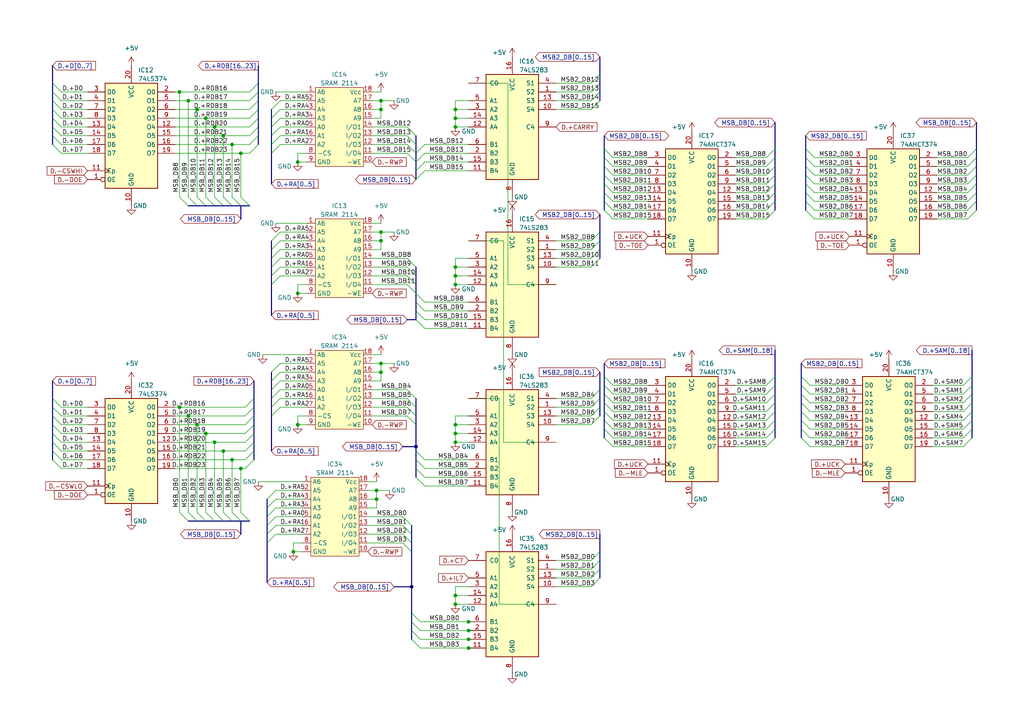
<source format=kicad_sch>
(kicad_sch (version 20230121) (generator eeschema)
  (paper "A4")
  (junction (at 64.77 39.37))
  (junction (at 132.08 128.27))
  (junction (at 109.22 142.24))
  (junction (at 119.38 170.18))
  (junction (at 135.89 185.42))
  (junction (at 135.89 182.88))
  (junction (at 57.15 31.75))
  (junction (at 54.61 29.21))
  (junction (at 132.08 125.73))
  (junction (at 69.85 44.45))
  (junction (at 132.08 123.19))
  (junction (at 132.08 36.83))
  (junction (at 132.08 175.26))
  (junction (at 86.36 123.19))
  (junction (at 59.69 125.73))
  (junction (at 110.49 107.95))
  (junction (at 59.69 34.29))
  (junction (at 57.15 123.19))
  (junction (at 67.31 133.35))
  (junction (at 132.08 80.01))
  (junction (at 52.07 26.67))
  (junction (at 132.08 34.29))
  (junction (at 110.49 69.85))
  (junction (at 135.89 187.96))
  (junction (at 64.77 130.81))
  (junction (at 132.08 82.55))
  (junction (at 62.23 36.83))
  (junction (at 110.49 67.31))
  (junction (at 86.36 85.09))
  (junction (at 132.08 77.47))
  (junction (at 67.31 41.91))
  (junction (at 110.49 29.21))
  (junction (at 120.65 129.54))
  (junction (at 54.61 120.65))
  (junction (at 135.89 180.34))
  (junction (at 86.36 46.99))
  (junction (at 52.07 118.11))
  (junction (at 132.08 31.75))
  (junction (at 110.49 105.41))
  (junction (at 85.09 160.02))
  (junction (at 110.49 31.75))
  (junction (at 69.85 135.89))
  (junction (at 62.23 128.27))
  (junction (at 132.08 172.72))
  (junction (at 109.22 144.78))
  (bus_entry (at 175.26 114.3) (size 2.54 2.54))
  (bus_entry (at 233.68 48.26) (size 2.54 2.54))
  (bus_entry (at 173.99 120.65) (size -2.54 2.54))
  (bus_entry (at 118.11 77.47) (size 2.54 2.54))
  (bus_entry (at 175.26 48.26) (size 2.54 2.54))
  (bus_entry (at 81.28 72.39) (size -2.54 2.54))
  (bus_entry (at 80.01 142.24) (size -2.54 2.54))
  (bus_entry (at 120.65 138.43) (size 2.54 2.54))
  (bus_entry (at 15.24 115.57) (size 2.54 2.54))
  (bus_entry (at 118.11 118.11) (size 2.54 2.54))
  (bus_entry (at 73.66 130.81) (size -2.54 2.54))
  (bus_entry (at 54.61 148.59) (size 2.54 2.54))
  (bus_entry (at 118.11 44.45) (size 2.54 2.54))
  (bus_entry (at 173.99 167.64) (size -2.54 2.54))
  (bus_entry (at 232.41 127) (size 2.54 2.54))
  (bus_entry (at 224.79 45.72) (size -2.54 2.54))
  (bus_entry (at 175.26 127) (size 2.54 2.54))
  (bus_entry (at 283.21 48.26) (size -2.54 2.54))
  (bus_entry (at 15.24 120.65) (size 2.54 2.54))
  (bus_entry (at 173.99 29.21) (size -2.54 2.54))
  (bus_entry (at 80.01 144.78) (size -2.54 2.54))
  (bus_entry (at 81.28 36.83) (size -2.54 2.54))
  (bus_entry (at 281.94 119.38) (size -2.54 2.54))
  (bus_entry (at 233.68 45.72) (size 2.54 2.54))
  (bus_entry (at 81.28 77.47) (size -2.54 2.54))
  (bus_entry (at 233.68 60.96) (size 2.54 2.54))
  (bus_entry (at 118.11 36.83) (size 2.54 2.54))
  (bus_entry (at 283.21 58.42) (size -2.54 2.54))
  (bus_entry (at 15.24 41.91) (size 2.54 2.54))
  (bus_entry (at 224.79 121.92) (size -2.54 2.54))
  (bus_entry (at 232.41 119.38) (size 2.54 2.54))
  (bus_entry (at 73.66 128.27) (size -2.54 2.54))
  (bus_entry (at 15.24 39.37) (size 2.54 2.54))
  (bus_entry (at 173.99 162.56) (size -2.54 2.54))
  (bus_entry (at 224.79 127) (size -2.54 2.54))
  (bus_entry (at 283.21 43.18) (size -2.54 2.54))
  (bus_entry (at 81.28 41.91) (size -2.54 2.54))
  (bus_entry (at 15.24 125.73) (size 2.54 2.54))
  (bus_entry (at 224.79 43.18) (size -2.54 2.54))
  (bus_entry (at 15.24 123.19) (size 2.54 2.54))
  (bus_entry (at 175.26 53.34) (size 2.54 2.54))
  (bus_entry (at 233.68 58.42) (size 2.54 2.54))
  (bus_entry (at 281.94 116.84) (size -2.54 2.54))
  (bus_entry (at 233.68 50.8) (size 2.54 2.54))
  (bus_entry (at 15.24 29.21) (size 2.54 2.54))
  (bus_entry (at 173.99 115.57) (size -2.54 2.54))
  (bus_entry (at 224.79 114.3) (size -2.54 2.54))
  (bus_entry (at 74.93 36.83) (size -2.54 2.54))
  (bus_entry (at 233.68 43.18) (size 2.54 2.54))
  (bus_entry (at 81.28 80.01) (size -2.54 2.54))
  (bus_entry (at 118.11 39.37) (size 2.54 2.54))
  (bus_entry (at 62.23 57.15) (size 2.54 2.54))
  (bus_entry (at 281.94 111.76) (size -2.54 2.54))
  (bus_entry (at 173.99 67.31) (size -2.54 2.54))
  (bus_entry (at 123.19 49.53) (size -2.54 2.54))
  (bus_entry (at 81.28 69.85) (size -2.54 2.54))
  (bus_entry (at 175.26 43.18) (size 2.54 2.54))
  (bus_entry (at 74.93 34.29) (size -2.54 2.54))
  (bus_entry (at 73.66 125.73) (size -2.54 2.54))
  (bus_entry (at 118.11 41.91) (size 2.54 2.54))
  (bus_entry (at 173.99 118.11) (size -2.54 2.54))
  (bus_entry (at 118.11 74.93) (size 2.54 2.54))
  (bus_entry (at 224.79 116.84) (size -2.54 2.54))
  (bus_entry (at 233.68 55.88) (size 2.54 2.54))
  (bus_entry (at 81.28 105.41) (size -2.54 2.54))
  (bus_entry (at 173.99 24.13) (size -2.54 2.54))
  (bus_entry (at 175.26 60.96) (size 2.54 2.54))
  (bus_entry (at 15.24 24.13) (size 2.54 2.54))
  (bus_entry (at 119.38 182.88) (size 2.54 2.54))
  (bus_entry (at 74.93 31.75) (size -2.54 2.54))
  (bus_entry (at 281.94 124.46) (size -2.54 2.54))
  (bus_entry (at 232.41 121.92) (size 2.54 2.54))
  (bus_entry (at 81.28 34.29) (size -2.54 2.54))
  (bus_entry (at 120.65 85.09) (size 2.54 2.54))
  (bus_entry (at 80.01 154.94) (size -2.54 2.54))
  (bus_entry (at 67.31 148.59) (size 2.54 2.54))
  (bus_entry (at 15.24 26.67) (size 2.54 2.54))
  (bus_entry (at 74.93 39.37) (size -2.54 2.54))
  (bus_entry (at 175.26 111.76) (size 2.54 2.54))
  (bus_entry (at 52.07 148.59) (size 2.54 2.54))
  (bus_entry (at 224.79 119.38) (size -2.54 2.54))
  (bus_entry (at 116.84 152.4) (size 2.54 2.54))
  (bus_entry (at 74.93 41.91) (size -2.54 2.54))
  (bus_entry (at 116.84 157.48) (size 2.54 2.54))
  (bus_entry (at 62.23 148.59) (size 2.54 2.54))
  (bus_entry (at 175.26 55.88) (size 2.54 2.54))
  (bus_entry (at 224.79 111.76) (size -2.54 2.54))
  (bus_entry (at 81.28 107.95) (size -2.54 2.54))
  (bus_entry (at 74.93 24.13) (size -2.54 2.54))
  (bus_entry (at 173.99 69.85) (size -2.54 2.54))
  (bus_entry (at 233.68 53.34) (size 2.54 2.54))
  (bus_entry (at 120.65 87.63) (size 2.54 2.54))
  (bus_entry (at 175.26 58.42) (size 2.54 2.54))
  (bus_entry (at 118.11 120.65) (size 2.54 2.54))
  (bus_entry (at 80.01 147.32) (size -2.54 2.54))
  (bus_entry (at 173.99 160.02) (size -2.54 2.54))
  (bus_entry (at 224.79 48.26) (size -2.54 2.54))
  (bus_entry (at 81.28 74.93) (size -2.54 2.54))
  (bus_entry (at 175.26 109.22) (size 2.54 2.54))
  (bus_entry (at 224.79 109.22) (size -2.54 2.54))
  (bus_entry (at 54.61 57.15) (size 2.54 2.54))
  (bus_entry (at 224.79 53.34) (size -2.54 2.54))
  (bus_entry (at 175.26 119.38) (size 2.54 2.54))
  (bus_entry (at 118.11 113.03) (size 2.54 2.54))
  (bus_entry (at 173.99 165.1) (size -2.54 2.54))
  (bus_entry (at 173.99 21.59) (size -2.54 2.54))
  (bus_entry (at 59.69 148.59) (size 2.54 2.54))
  (bus_entry (at 281.94 114.3) (size -2.54 2.54))
  (bus_entry (at 81.28 115.57) (size -2.54 2.54))
  (bus_entry (at 119.38 177.8) (size 2.54 2.54))
  (bus_entry (at 283.21 50.8) (size -2.54 2.54))
  (bus_entry (at 80.01 152.4) (size -2.54 2.54))
  (bus_entry (at 224.79 60.96) (size -2.54 2.54))
  (bus_entry (at 232.41 109.22) (size 2.54 2.54))
  (bus_entry (at 232.41 116.84) (size 2.54 2.54))
  (bus_entry (at 74.93 29.21) (size -2.54 2.54))
  (bus_entry (at 175.26 121.92) (size 2.54 2.54))
  (bus_entry (at 283.21 55.88) (size -2.54 2.54))
  (bus_entry (at 281.94 109.22) (size -2.54 2.54))
  (bus_entry (at 283.21 60.96) (size -2.54 2.54))
  (bus_entry (at 120.65 135.89) (size 2.54 2.54))
  (bus_entry (at 57.15 57.15) (size 2.54 2.54))
  (bus_entry (at 232.41 114.3) (size 2.54 2.54))
  (bus_entry (at 15.24 118.11) (size 2.54 2.54))
  (bus_entry (at 118.11 80.01) (size 2.54 2.54))
  (bus_entry (at 224.79 124.46) (size -2.54 2.54))
  (bus_entry (at 283.21 45.72) (size -2.54 2.54))
  (bus_entry (at 118.11 82.55) (size 2.54 2.54))
  (bus_entry (at 57.15 148.59) (size 2.54 2.54))
  (bus_entry (at 81.28 39.37) (size -2.54 2.54))
  (bus_entry (at 81.28 118.11) (size -2.54 2.54))
  (bus_entry (at 232.41 111.76) (size 2.54 2.54))
  (bus_entry (at 69.85 57.15) (size 2.54 2.54))
  (bus_entry (at 80.01 149.86) (size -2.54 2.54))
  (bus_entry (at 73.66 120.65) (size -2.54 2.54))
  (bus_entry (at 116.84 149.86) (size 2.54 2.54))
  (bus_entry (at 281.94 127) (size -2.54 2.54))
  (bus_entry (at 81.28 110.49) (size -2.54 2.54))
  (bus_entry (at 15.24 128.27) (size 2.54 2.54))
  (bus_entry (at 175.26 45.72) (size 2.54 2.54))
  (bus_entry (at 175.26 116.84) (size 2.54 2.54))
  (bus_entry (at 73.66 133.35) (size -2.54 2.54))
  (bus_entry (at 175.26 124.46) (size 2.54 2.54))
  (bus_entry (at 74.93 26.67) (size -2.54 2.54))
  (bus_entry (at 173.99 113.03) (size -2.54 2.54))
  (bus_entry (at 69.85 148.59) (size 2.54 2.54))
  (bus_entry (at 119.38 180.34) (size 2.54 2.54))
  (bus_entry (at 73.66 118.11) (size -2.54 2.54))
  (bus_entry (at 81.28 113.03) (size -2.54 2.54))
  (bus_entry (at 224.79 50.8) (size -2.54 2.54))
  (bus_entry (at 81.28 67.31) (size -2.54 2.54))
  (bus_entry (at 119.38 185.42) (size 2.54 2.54))
  (bus_entry (at 118.11 115.57) (size 2.54 2.54))
  (bus_entry (at 67.31 57.15) (size 2.54 2.54))
  (bus_entry (at 283.21 53.34) (size -2.54 2.54))
  (bus_entry (at 81.28 29.21) (size -2.54 2.54))
  (bus_entry (at 173.99 26.67) (size -2.54 2.54))
  (bus_entry (at 73.66 115.57) (size -2.54 2.54))
  (bus_entry (at 232.41 124.46) (size 2.54 2.54))
  (bus_entry (at 15.24 133.35) (size 2.54 2.54))
  (bus_entry (at 120.65 133.35) (size 2.54 2.54))
  (bus_entry (at 81.28 31.75) (size -2.54 2.54))
  (bus_entry (at 120.65 130.81) (size 2.54 2.54))
  (bus_entry (at 224.79 55.88) (size -2.54 2.54))
  (bus_entry (at 173.99 72.39) (size -2.54 2.54))
  (bus_entry (at 15.24 36.83) (size 2.54 2.54))
  (bus_entry (at 52.07 57.15) (size 2.54 2.54))
  (bus_entry (at 123.19 46.99) (size -2.54 2.54))
  (bus_entry (at 120.65 92.71) (size 2.54 2.54))
  (bus_entry (at 175.26 50.8) (size 2.54 2.54))
  (bus_entry (at 15.24 34.29) (size 2.54 2.54))
  (bus_entry (at 15.24 130.81) (size 2.54 2.54))
  (bus_entry (at 123.19 41.91) (size -2.54 2.54))
  (bus_entry (at 173.99 74.93) (size -2.54 2.54))
  (bus_entry (at 281.94 121.92) (size -2.54 2.54))
  (bus_entry (at 64.77 148.59) (size 2.54 2.54))
  (bus_entry (at 73.66 123.19) (size -2.54 2.54))
  (bus_entry (at 123.19 44.45) (size -2.54 2.54))
  (bus_entry (at 59.69 57.15) (size 2.54 2.54))
  (bus_entry (at 224.79 58.42) (size -2.54 2.54))
  (bus_entry (at 116.84 154.94) (size 2.54 2.54))
  (bus_entry (at 64.77 57.15) (size 2.54 2.54))
  (bus_entry (at 120.65 90.17) (size 2.54 2.54))
  (bus_entry (at 15.24 31.75) (size 2.54 2.54))
  (bus (pts (xy 224.79 116.84) (xy 224.79 119.38)))
  (wire (pts (xy 147.32 82.55) (xy 161.29 82.55)))
  (wire (pts (xy 132.08 175.26) (xy 132.08 172.72)))
  (wire (pts (xy 236.22 48.26) (xy 246.38 48.26)))
  (wire (pts (xy 80.01 142.24) (xy 87.63 142.24)))
  (bus (pts (xy 175.26 45.72) (xy 175.26 48.26)))
  (wire (pts (xy 106.68 147.32) (xy 109.22 147.32)))
  (wire (pts (xy 17.78 36.83) (xy 25.4 36.83)))
  (bus (pts (xy 283.21 58.42) (xy 283.21 60.96)))
  (bus (pts (xy 57.15 59.69) (xy 59.69 59.69)))
  (wire (pts (xy 132.08 36.83) (xy 135.89 36.83)))
  (bus (pts (xy 283.21 53.34) (xy 283.21 55.88)))
  (wire (pts (xy 50.8 36.83) (xy 62.23 36.83)))
  (bus (pts (xy 281.94 124.46) (xy 281.94 127)))
  (wire (pts (xy 50.8 39.37) (xy 64.77 39.37)))
  (wire (pts (xy 67.31 133.35) (xy 71.12 133.35)))
  (wire (pts (xy 123.19 138.43) (xy 135.89 138.43)))
  (bus (pts (xy 73.66 110.49) (xy 73.66 115.57)))
  (wire (pts (xy 62.23 36.83) (xy 72.39 36.83)))
  (bus (pts (xy 74.93 29.21) (xy 74.93 31.75)))
  (wire (pts (xy 271.78 50.8) (xy 280.67 50.8)))
  (wire (pts (xy 123.19 92.71) (xy 135.89 92.71)))
  (wire (pts (xy 236.22 60.96) (xy 246.38 60.96)))
  (bus (pts (xy 175.26 55.88) (xy 175.26 58.42)))
  (bus (pts (xy 77.47 157.48) (xy 77.47 168.91)))
  (wire (pts (xy 161.29 74.93) (xy 171.45 74.93)))
  (wire (pts (xy 234.95 111.76) (xy 245.11 111.76)))
  (wire (pts (xy 50.8 135.89) (xy 69.85 135.89)))
  (bus (pts (xy 15.24 24.13) (xy 15.24 26.67)))
  (wire (pts (xy 271.78 45.72) (xy 280.67 45.72)))
  (wire (pts (xy 57.15 31.75) (xy 57.15 57.15)))
  (wire (pts (xy 50.8 34.29) (xy 59.69 34.29)))
  (wire (pts (xy 52.07 26.67) (xy 72.39 26.67)))
  (wire (pts (xy 236.22 55.88) (xy 246.38 55.88)))
  (bus (pts (xy 281.94 109.22) (xy 281.94 111.76)))
  (wire (pts (xy 87.63 157.48) (xy 85.09 157.48)))
  (bus (pts (xy 73.66 115.57) (xy 73.66 118.11)))
  (wire (pts (xy 161.29 26.67) (xy 171.45 26.67)))
  (wire (pts (xy 271.78 60.96) (xy 280.67 60.96)))
  (wire (pts (xy 132.08 172.72) (xy 132.08 170.18)))
  (bus (pts (xy 118.11 92.71) (xy 120.65 92.71)))
  (wire (pts (xy 271.78 55.88) (xy 280.67 55.88)))
  (wire (pts (xy 123.19 41.91) (xy 135.89 41.91)))
  (wire (pts (xy 110.49 105.41) (xy 114.3 105.41)))
  (bus (pts (xy 78.74 118.11) (xy 78.74 120.65)))
  (wire (pts (xy 54.61 29.21) (xy 54.61 57.15)))
  (bus (pts (xy 114.3 170.18) (xy 119.38 170.18)))
  (bus (pts (xy 78.74 115.57) (xy 78.74 118.11)))
  (wire (pts (xy 110.49 102.87) (xy 107.95 102.87)))
  (wire (pts (xy 123.19 46.99) (xy 135.89 46.99)))
  (wire (pts (xy 161.29 72.39) (xy 171.45 72.39)))
  (wire (pts (xy 121.92 182.88) (xy 135.89 182.88)))
  (bus (pts (xy 175.26 53.34) (xy 175.26 55.88)))
  (wire (pts (xy 107.95 110.49) (xy 110.49 110.49)))
  (wire (pts (xy 57.15 123.19) (xy 57.15 148.59)))
  (wire (pts (xy 80.01 147.32) (xy 87.63 147.32)))
  (wire (pts (xy 50.8 120.65) (xy 54.61 120.65)))
  (wire (pts (xy 74.93 139.7) (xy 87.63 139.7)))
  (bus (pts (xy 175.26 50.8) (xy 175.26 53.34)))
  (wire (pts (xy 50.8 133.35) (xy 67.31 133.35)))
  (wire (pts (xy 86.36 44.45) (xy 86.36 46.99)))
  (wire (pts (xy 81.28 69.85) (xy 88.9 69.85)))
  (bus (pts (xy 73.66 130.81) (xy 73.66 133.35)))
  (wire (pts (xy 107.95 118.11) (xy 118.11 118.11)))
  (bus (pts (xy 77.47 147.32) (xy 77.47 149.86)))
  (wire (pts (xy 107.95 29.21) (xy 110.49 29.21)))
  (wire (pts (xy 107.95 120.65) (xy 118.11 120.65)))
  (wire (pts (xy 107.95 31.75) (xy 110.49 31.75)))
  (wire (pts (xy 161.29 115.57) (xy 171.45 115.57)))
  (wire (pts (xy 213.36 114.3) (xy 222.25 114.3)))
  (wire (pts (xy 107.95 74.93) (xy 118.11 74.93)))
  (bus (pts (xy 77.47 152.4) (xy 77.47 154.94)))
  (wire (pts (xy 80.01 149.86) (xy 87.63 149.86)))
  (bus (pts (xy 173.99 69.85) (xy 173.99 72.39)))
  (wire (pts (xy 52.07 26.67) (xy 52.07 57.15)))
  (wire (pts (xy 62.23 128.27) (xy 62.23 148.59)))
  (wire (pts (xy 270.51 129.54) (xy 279.4 129.54)))
  (wire (pts (xy 110.49 29.21) (xy 114.3 29.21)))
  (bus (pts (xy 173.99 160.02) (xy 173.99 162.56)))
  (bus (pts (xy 224.79 114.3) (xy 224.79 116.84)))
  (wire (pts (xy 107.95 39.37) (xy 118.11 39.37)))
  (wire (pts (xy 137.16 180.34) (xy 135.89 180.34)))
  (wire (pts (xy 59.69 34.29) (xy 72.39 34.29)))
  (wire (pts (xy 17.78 120.65) (xy 25.4 120.65)))
  (wire (pts (xy 86.36 123.19) (xy 88.9 123.19)))
  (bus (pts (xy 120.65 129.54) (xy 120.65 130.81)))
  (wire (pts (xy 107.95 82.55) (xy 118.11 82.55)))
  (wire (pts (xy 123.19 87.63) (xy 135.89 87.63)))
  (wire (pts (xy 177.8 55.88) (xy 187.96 55.88)))
  (bus (pts (xy 69.85 59.69) (xy 72.39 59.69)))
  (bus (pts (xy 120.65 82.55) (xy 120.65 85.09)))
  (wire (pts (xy 81.28 34.29) (xy 88.9 34.29)))
  (bus (pts (xy 175.26 48.26) (xy 175.26 50.8)))
  (wire (pts (xy 106.68 142.24) (xy 109.22 142.24)))
  (bus (pts (xy 69.85 151.13) (xy 72.39 151.13)))
  (wire (pts (xy 161.29 162.56) (xy 171.45 162.56)))
  (wire (pts (xy 80.01 144.78) (xy 87.63 144.78)))
  (bus (pts (xy 119.38 154.94) (xy 119.38 157.48)))
  (wire (pts (xy 85.09 160.02) (xy 87.63 160.02)))
  (wire (pts (xy 132.08 36.83) (xy 132.08 34.29)))
  (wire (pts (xy 17.78 26.67) (xy 25.4 26.67)))
  (bus (pts (xy 224.79 55.88) (xy 224.79 58.42)))
  (wire (pts (xy 54.61 120.65) (xy 54.61 148.59)))
  (wire (pts (xy 81.28 77.47) (xy 88.9 77.47)))
  (wire (pts (xy 64.77 130.81) (xy 64.77 148.59)))
  (wire (pts (xy 236.22 50.8) (xy 246.38 50.8)))
  (wire (pts (xy 161.29 170.18) (xy 171.45 170.18)))
  (bus (pts (xy 233.68 53.34) (xy 233.68 55.88)))
  (bus (pts (xy 15.24 118.11) (xy 15.24 120.65)))
  (bus (pts (xy 74.93 31.75) (xy 74.93 34.29)))
  (wire (pts (xy 106.68 152.4) (xy 116.84 152.4)))
  (bus (pts (xy 175.26 105.41) (xy 175.26 109.22)))
  (wire (pts (xy 50.8 44.45) (xy 69.85 44.45)))
  (bus (pts (xy 78.74 82.55) (xy 78.74 91.44)))
  (bus (pts (xy 233.68 43.18) (xy 233.68 45.72)))
  (bus (pts (xy 175.26 119.38) (xy 175.26 121.92)))
  (bus (pts (xy 69.85 59.69) (xy 69.85 63.5)))
  (wire (pts (xy 236.22 45.72) (xy 246.38 45.72)))
  (wire (pts (xy 236.22 63.5) (xy 246.38 63.5)))
  (wire (pts (xy 177.8 48.26) (xy 187.96 48.26)))
  (wire (pts (xy 161.29 120.65) (xy 171.45 120.65)))
  (wire (pts (xy 123.19 49.53) (xy 135.89 49.53)))
  (bus (pts (xy 74.93 39.37) (xy 74.93 41.91)))
  (wire (pts (xy 177.8 58.42) (xy 187.96 58.42)))
  (bus (pts (xy 78.74 39.37) (xy 78.74 41.91)))
  (wire (pts (xy 50.8 123.19) (xy 57.15 123.19)))
  (wire (pts (xy 17.78 39.37) (xy 25.4 39.37)))
  (bus (pts (xy 119.38 177.8) (xy 119.38 180.34)))
  (bus (pts (xy 15.24 125.73) (xy 15.24 128.27)))
  (wire (pts (xy 137.16 187.96) (xy 135.89 187.96)))
  (bus (pts (xy 175.26 124.46) (xy 175.26 127)))
  (bus (pts (xy 73.66 123.19) (xy 73.66 125.73)))
  (bus (pts (xy 281.94 121.92) (xy 281.94 124.46)))
  (wire (pts (xy 17.78 123.19) (xy 25.4 123.19)))
  (bus (pts (xy 78.74 41.91) (xy 78.74 44.45)))
  (bus (pts (xy 119.38 182.88) (xy 119.38 185.42)))
  (bus (pts (xy 120.65 129.54) (xy 120.65 123.19)))
  (bus (pts (xy 224.79 35.56) (xy 224.79 43.18)))
  (wire (pts (xy 17.78 31.75) (xy 25.4 31.75)))
  (wire (pts (xy 132.08 82.55) (xy 135.89 82.55)))
  (bus (pts (xy 232.41 105.41) (xy 232.41 109.22)))
  (wire (pts (xy 132.08 74.93) (xy 132.08 77.47)))
  (bus (pts (xy 224.79 45.72) (xy 224.79 48.26)))
  (wire (pts (xy 236.22 53.34) (xy 246.38 53.34)))
  (bus (pts (xy 78.74 74.93) (xy 78.74 77.47)))
  (wire (pts (xy 107.95 107.95) (xy 110.49 107.95)))
  (bus (pts (xy 15.24 115.57) (xy 15.24 118.11)))
  (wire (pts (xy 107.95 105.41) (xy 110.49 105.41)))
  (bus (pts (xy 74.93 34.29) (xy 74.93 36.83)))
  (bus (pts (xy 224.79 53.34) (xy 224.79 55.88)))
  (bus (pts (xy 74.93 26.67) (xy 74.93 29.21)))
  (wire (pts (xy 135.89 29.21) (xy 132.08 29.21)))
  (bus (pts (xy 175.26 58.42) (xy 175.26 60.96)))
  (bus (pts (xy 281.94 111.76) (xy 281.94 114.3)))
  (bus (pts (xy 116.84 129.54) (xy 120.65 129.54)))
  (wire (pts (xy 135.89 24.13) (xy 147.32 24.13)))
  (bus (pts (xy 175.26 114.3) (xy 175.26 116.84)))
  (wire (pts (xy 17.78 44.45) (xy 25.4 44.45)))
  (bus (pts (xy 73.66 118.11) (xy 73.66 120.65)))
  (bus (pts (xy 120.65 49.53) (xy 120.65 52.07)))
  (bus (pts (xy 173.99 107.95) (xy 173.99 113.03)))
  (wire (pts (xy 123.19 135.89) (xy 135.89 135.89)))
  (wire (pts (xy 213.36 53.34) (xy 222.25 53.34)))
  (bus (pts (xy 15.24 39.37) (xy 15.24 41.91)))
  (bus (pts (xy 78.74 77.47) (xy 78.74 80.01)))
  (bus (pts (xy 15.24 128.27) (xy 15.24 130.81)))
  (bus (pts (xy 173.99 165.1) (xy 173.99 167.64)))
  (bus (pts (xy 175.26 111.76) (xy 175.26 114.3)))
  (wire (pts (xy 17.78 130.81) (xy 25.4 130.81)))
  (wire (pts (xy 234.95 116.84) (xy 245.11 116.84)))
  (bus (pts (xy 281.94 116.84) (xy 281.94 119.38)))
  (wire (pts (xy 59.69 125.73) (xy 71.12 125.73)))
  (wire (pts (xy 107.95 44.45) (xy 118.11 44.45)))
  (wire (pts (xy 135.89 34.29) (xy 132.08 34.29)))
  (wire (pts (xy 213.36 60.96) (xy 222.25 60.96)))
  (bus (pts (xy 15.24 120.65) (xy 15.24 123.19)))
  (wire (pts (xy 135.89 170.18) (xy 132.08 170.18)))
  (wire (pts (xy 107.95 41.91) (xy 118.11 41.91)))
  (bus (pts (xy 224.79 124.46) (xy 224.79 127)))
  (wire (pts (xy 161.29 24.13) (xy 171.45 24.13)))
  (wire (pts (xy 50.8 26.67) (xy 52.07 26.67)))
  (wire (pts (xy 69.85 44.45) (xy 69.85 57.15)))
  (wire (pts (xy 213.36 121.92) (xy 222.25 121.92)))
  (wire (pts (xy 50.8 128.27) (xy 62.23 128.27)))
  (bus (pts (xy 62.23 59.69) (xy 64.77 59.69)))
  (bus (pts (xy 78.74 80.01) (xy 78.74 82.55)))
  (bus (pts (xy 224.79 101.6) (xy 224.79 109.22)))
  (wire (pts (xy 271.78 48.26) (xy 280.67 48.26)))
  (wire (pts (xy 132.08 123.19) (xy 132.08 120.65)))
  (wire (pts (xy 213.36 58.42) (xy 222.25 58.42)))
  (bus (pts (xy 173.99 26.67) (xy 173.99 29.21)))
  (wire (pts (xy 86.36 85.09) (xy 88.9 85.09)))
  (bus (pts (xy 15.24 31.75) (xy 15.24 34.29)))
  (wire (pts (xy 17.78 128.27) (xy 25.4 128.27)))
  (wire (pts (xy 177.8 53.34) (xy 187.96 53.34)))
  (wire (pts (xy 17.78 135.89) (xy 25.4 135.89)))
  (bus (pts (xy 175.26 109.22) (xy 175.26 111.76)))
  (wire (pts (xy 213.36 45.72) (xy 222.25 45.72)))
  (wire (pts (xy 132.08 123.19) (xy 132.08 125.73)))
  (wire (pts (xy 88.9 120.65) (xy 86.36 120.65)))
  (wire (pts (xy 135.89 31.75) (xy 132.08 31.75)))
  (wire (pts (xy 50.8 130.81) (xy 64.77 130.81)))
  (wire (pts (xy 81.28 36.83) (xy 88.9 36.83)))
  (wire (pts (xy 109.22 139.7) (xy 106.68 139.7)))
  (wire (pts (xy 17.78 133.35) (xy 25.4 133.35)))
  (wire (pts (xy 123.19 44.45) (xy 135.89 44.45)))
  (wire (pts (xy 213.36 116.84) (xy 222.25 116.84)))
  (bus (pts (xy 173.99 24.13) (xy 173.99 26.67)))
  (bus (pts (xy 281.94 119.38) (xy 281.94 121.92)))
  (wire (pts (xy 213.36 119.38) (xy 222.25 119.38)))
  (wire (pts (xy 69.85 44.45) (xy 72.39 44.45)))
  (wire (pts (xy 110.49 110.49) (xy 110.49 107.95)))
  (wire (pts (xy 81.28 41.91) (xy 88.9 41.91)))
  (bus (pts (xy 120.65 90.17) (xy 120.65 87.63)))
  (wire (pts (xy 146.05 128.27) (xy 146.05 69.85)))
  (wire (pts (xy 50.8 31.75) (xy 57.15 31.75)))
  (wire (pts (xy 270.51 116.84) (xy 279.4 116.84)))
  (wire (pts (xy 144.78 115.57) (xy 144.78 175.26)))
  (wire (pts (xy 213.36 111.76) (xy 222.25 111.76)))
  (wire (pts (xy 69.85 135.89) (xy 71.12 135.89)))
  (bus (pts (xy 67.31 59.69) (xy 69.85 59.69)))
  (wire (pts (xy 177.8 127) (xy 187.96 127)))
  (bus (pts (xy 281.94 114.3) (xy 281.94 116.84)))
  (wire (pts (xy 81.28 115.57) (xy 88.9 115.57)))
  (bus (pts (xy 73.66 125.73) (xy 73.66 128.27)))
  (wire (pts (xy 234.95 129.54) (xy 245.11 129.54)))
  (wire (pts (xy 81.28 74.93) (xy 88.9 74.93)))
  (wire (pts (xy 234.95 121.92) (xy 245.11 121.92)))
  (wire (pts (xy 135.89 125.73) (xy 132.08 125.73)))
  (bus (pts (xy 120.65 92.71) (xy 120.65 90.17)))
  (bus (pts (xy 120.65 46.99) (xy 120.65 49.53)))
  (wire (pts (xy 161.29 128.27) (xy 146.05 128.27)))
  (bus (pts (xy 77.47 154.94) (xy 77.47 157.48)))
  (bus (pts (xy 64.77 59.69) (xy 67.31 59.69)))
  (bus (pts (xy 173.99 16.51) (xy 173.99 21.59)))
  (wire (pts (xy 17.78 125.73) (xy 25.4 125.73)))
  (wire (pts (xy 177.8 114.3) (xy 187.96 114.3)))
  (bus (pts (xy 120.65 120.65) (xy 120.65 123.19)))
  (bus (pts (xy 175.26 121.92) (xy 175.26 124.46)))
  (wire (pts (xy 109.22 142.24) (xy 113.03 142.24)))
  (wire (pts (xy 50.8 29.21) (xy 54.61 29.21)))
  (wire (pts (xy 135.89 115.57) (xy 144.78 115.57)))
  (bus (pts (xy 232.41 111.76) (xy 232.41 114.3)))
  (bus (pts (xy 119.38 157.48) (xy 119.38 160.02)))
  (bus (pts (xy 15.24 130.81) (xy 15.24 133.35)))
  (wire (pts (xy 109.22 147.32) (xy 109.22 144.78)))
  (bus (pts (xy 224.79 111.76) (xy 224.79 114.3)))
  (wire (pts (xy 50.8 118.11) (xy 52.07 118.11)))
  (wire (pts (xy 110.49 69.85) (xy 110.49 67.31)))
  (wire (pts (xy 81.28 31.75) (xy 88.9 31.75)))
  (bus (pts (xy 78.74 107.95) (xy 78.74 110.49)))
  (bus (pts (xy 224.79 119.38) (xy 224.79 121.92)))
  (bus (pts (xy 283.21 48.26) (xy 283.21 50.8)))
  (wire (pts (xy 121.92 187.96) (xy 135.89 187.96)))
  (bus (pts (xy 78.74 69.85) (xy 78.74 72.39)))
  (wire (pts (xy 50.8 41.91) (xy 67.31 41.91)))
  (wire (pts (xy 81.28 67.31) (xy 88.9 67.31)))
  (wire (pts (xy 107.95 113.03) (xy 118.11 113.03)))
  (bus (pts (xy 78.74 44.45) (xy 78.74 53.34)))
  (wire (pts (xy 132.08 34.29) (xy 132.08 31.75)))
  (wire (pts (xy 81.28 110.49) (xy 88.9 110.49)))
  (bus (pts (xy 233.68 39.37) (xy 233.68 43.18)))
  (wire (pts (xy 177.8 121.92) (xy 187.96 121.92)))
  (bus (pts (xy 281.94 101.6) (xy 281.94 109.22)))
  (wire (pts (xy 67.31 133.35) (xy 67.31 148.59)))
  (wire (pts (xy 271.78 58.42) (xy 280.67 58.42)))
  (wire (pts (xy 177.8 111.76) (xy 187.96 111.76)))
  (bus (pts (xy 78.74 36.83) (xy 78.74 39.37)))
  (wire (pts (xy 17.78 34.29) (xy 25.4 34.29)))
  (wire (pts (xy 62.23 128.27) (xy 71.12 128.27)))
  (bus (pts (xy 15.24 34.29) (xy 15.24 36.83)))
  (wire (pts (xy 54.61 29.21) (xy 72.39 29.21)))
  (wire (pts (xy 81.28 107.95) (xy 88.9 107.95)))
  (wire (pts (xy 64.77 130.81) (xy 71.12 130.81)))
  (wire (pts (xy 135.89 123.19) (xy 132.08 123.19)))
  (wire (pts (xy 161.29 77.47) (xy 171.45 77.47)))
  (bus (pts (xy 74.93 24.13) (xy 74.93 26.67)))
  (bus (pts (xy 54.61 151.13) (xy 57.15 151.13)))
  (wire (pts (xy 121.92 185.42) (xy 135.89 185.42)))
  (wire (pts (xy 123.19 90.17) (xy 135.89 90.17)))
  (bus (pts (xy 283.21 35.56) (xy 283.21 43.18)))
  (wire (pts (xy 67.31 41.91) (xy 72.39 41.91)))
  (wire (pts (xy 132.08 128.27) (xy 132.08 125.73)))
  (wire (pts (xy 80.01 154.94) (xy 87.63 154.94)))
  (wire (pts (xy 213.36 50.8) (xy 222.25 50.8)))
  (bus (pts (xy 78.74 72.39) (xy 78.74 74.93)))
  (bus (pts (xy 78.74 110.49) (xy 78.74 113.03)))
  (wire (pts (xy 81.28 113.03) (xy 88.9 113.03)))
  (bus (pts (xy 15.24 110.49) (xy 15.24 115.57)))
  (wire (pts (xy 59.69 125.73) (xy 59.69 148.59)))
  (bus (pts (xy 232.41 114.3) (xy 232.41 116.84)))
  (wire (pts (xy 123.19 133.35) (xy 135.89 133.35)))
  (wire (pts (xy 86.36 82.55) (xy 86.36 85.09)))
  (wire (pts (xy 80.01 152.4) (xy 87.63 152.4)))
  (bus (pts (xy 15.24 26.67) (xy 15.24 29.21)))
  (wire (pts (xy 110.49 72.39) (xy 110.49 69.85)))
  (bus (pts (xy 77.47 149.86) (xy 77.47 152.4)))
  (wire (pts (xy 147.32 24.13) (xy 147.32 82.55)))
  (bus (pts (xy 78.74 113.03) (xy 78.74 115.57)))
  (wire (pts (xy 135.89 74.93) (xy 132.08 74.93)))
  (wire (pts (xy 88.9 82.55) (xy 86.36 82.55)))
  (wire (pts (xy 135.89 120.65) (xy 132.08 120.65)))
  (wire (pts (xy 88.9 44.45) (xy 86.36 44.45)))
  (wire (pts (xy 81.28 72.39) (xy 88.9 72.39)))
  (wire (pts (xy 110.49 26.67) (xy 107.95 26.67)))
  (wire (pts (xy 135.89 172.72) (xy 132.08 172.72)))
  (wire (pts (xy 80.01 26.67) (xy 88.9 26.67)))
  (wire (pts (xy 57.15 123.19) (xy 71.12 123.19)))
  (wire (pts (xy 76.2 102.87) (xy 88.9 102.87)))
  (wire (pts (xy 107.95 67.31) (xy 110.49 67.31)))
  (bus (pts (xy 283.21 45.72) (xy 283.21 48.26)))
  (bus (pts (xy 119.38 170.18) (xy 119.38 177.8)))
  (wire (pts (xy 234.95 127) (xy 245.11 127)))
  (wire (pts (xy 107.95 36.83) (xy 118.11 36.83)))
  (bus (pts (xy 233.68 55.88) (xy 233.68 58.42)))
  (wire (pts (xy 54.61 120.65) (xy 71.12 120.65)))
  (wire (pts (xy 144.78 175.26) (xy 161.29 175.26)))
  (bus (pts (xy 120.65 39.37) (xy 120.65 41.91)))
  (wire (pts (xy 86.36 120.65) (xy 86.36 123.19)))
  (wire (pts (xy 110.49 34.29) (xy 110.49 31.75)))
  (bus (pts (xy 78.74 34.29) (xy 78.74 36.83)))
  (wire (pts (xy 85.09 157.48) (xy 85.09 160.02)))
  (bus (pts (xy 173.99 62.23) (xy 173.99 67.31)))
  (wire (pts (xy 161.29 123.19) (xy 171.45 123.19)))
  (wire (pts (xy 236.22 58.42) (xy 246.38 58.42)))
  (wire (pts (xy 109.22 144.78) (xy 109.22 142.24)))
  (wire (pts (xy 132.08 29.21) (xy 132.08 31.75)))
  (bus (pts (xy 233.68 45.72) (xy 233.68 48.26)))
  (wire (pts (xy 86.36 46.99) (xy 88.9 46.99)))
  (wire (pts (xy 177.8 116.84) (xy 187.96 116.84)))
  (bus (pts (xy 77.47 144.78) (xy 77.47 147.32)))
  (wire (pts (xy 121.92 180.34) (xy 135.89 180.34)))
  (wire (pts (xy 106.68 144.78) (xy 109.22 144.78)))
  (wire (pts (xy 137.16 185.42) (xy 135.89 185.42)))
  (bus (pts (xy 232.41 119.38) (xy 232.41 121.92)))
  (bus (pts (xy 69.85 151.13) (xy 69.85 154.94)))
  (bus (pts (xy 175.26 39.37) (xy 175.26 43.18)))
  (wire (pts (xy 177.8 45.72) (xy 187.96 45.72)))
  (bus (pts (xy 120.65 118.11) (xy 120.65 120.65)))
  (bus (pts (xy 232.41 124.46) (xy 232.41 127)))
  (wire (pts (xy 161.29 167.64) (xy 171.45 167.64)))
  (wire (pts (xy 132.08 175.26) (xy 135.89 175.26)))
  (wire (pts (xy 270.51 114.3) (xy 279.4 114.3)))
  (wire (pts (xy 270.51 124.46) (xy 279.4 124.46)))
  (bus (pts (xy 59.69 151.13) (xy 62.23 151.13)))
  (wire (pts (xy 177.8 124.46) (xy 187.96 124.46)))
  (wire (pts (xy 59.69 34.29) (xy 59.69 57.15)))
  (bus (pts (xy 232.41 109.22) (xy 232.41 111.76)))
  (wire (pts (xy 213.36 48.26) (xy 222.25 48.26)))
  (bus (pts (xy 173.99 162.56) (xy 173.99 165.1)))
  (wire (pts (xy 213.36 63.5) (xy 222.25 63.5)))
  (wire (pts (xy 81.28 39.37) (xy 88.9 39.37)))
  (bus (pts (xy 120.65 130.81) (xy 120.65 133.35)))
  (wire (pts (xy 107.95 34.29) (xy 110.49 34.29)))
  (wire (pts (xy 137.16 182.88) (xy 135.89 182.88)))
  (wire (pts (xy 80.01 64.77) (xy 88.9 64.77)))
  (wire (pts (xy 106.68 149.86) (xy 116.84 149.86)))
  (bus (pts (xy 173.99 72.39) (xy 173.99 74.93)))
  (wire (pts (xy 234.95 114.3) (xy 245.11 114.3)))
  (wire (pts (xy 161.29 118.11) (xy 171.45 118.11)))
  (wire (pts (xy 123.19 140.97) (xy 135.89 140.97)))
  (bus (pts (xy 283.21 43.18) (xy 283.21 45.72)))
  (bus (pts (xy 224.79 58.42) (xy 224.79 60.96)))
  (wire (pts (xy 213.36 124.46) (xy 222.25 124.46)))
  (wire (pts (xy 64.77 39.37) (xy 72.39 39.37)))
  (bus (pts (xy 120.65 133.35) (xy 120.65 135.89)))
  (wire (pts (xy 62.23 36.83) (xy 62.23 57.15)))
  (bus (pts (xy 120.65 44.45) (xy 120.65 46.99)))
  (bus (pts (xy 173.99 115.57) (xy 173.99 118.11)))
  (wire (pts (xy 110.49 64.77) (xy 107.95 64.77)))
  (wire (pts (xy 161.29 69.85) (xy 171.45 69.85)))
  (wire (pts (xy 177.8 119.38) (xy 187.96 119.38)))
  (bus (pts (xy 67.31 151.13) (xy 69.85 151.13)))
  (wire (pts (xy 135.89 80.01) (xy 132.08 80.01)))
  (wire (pts (xy 17.78 29.21) (xy 25.4 29.21)))
  (bus (pts (xy 173.99 21.59) (xy 173.99 24.13)))
  (bus (pts (xy 173.99 118.11) (xy 173.99 120.65)))
  (bus (pts (xy 232.41 121.92) (xy 232.41 124.46)))
  (wire (pts (xy 107.95 77.47) (xy 118.11 77.47)))
  (bus (pts (xy 224.79 43.18) (xy 224.79 45.72)))
  (bus (pts (xy 73.66 128.27) (xy 73.66 130.81)))
  (wire (pts (xy 67.31 41.91) (xy 67.31 57.15)))
  (wire (pts (xy 177.8 50.8) (xy 187.96 50.8)))
  (bus (pts (xy 62.23 151.13) (xy 64.77 151.13)))
  (bus (pts (xy 173.99 154.94) (xy 173.99 160.02)))
  (wire (pts (xy 177.8 129.54) (xy 187.96 129.54)))
  (wire (pts (xy 50.8 125.73) (xy 59.69 125.73)))
  (bus (pts (xy 232.41 116.84) (xy 232.41 119.38)))
  (wire (pts (xy 132.08 82.55) (xy 132.08 80.01)))
  (wire (pts (xy 123.19 95.25) (xy 135.89 95.25)))
  (bus (pts (xy 73.66 120.65) (xy 73.66 123.19)))
  (bus (pts (xy 233.68 50.8) (xy 233.68 53.34)))
  (bus (pts (xy 74.93 19.05) (xy 74.93 24.13)))
  (bus (pts (xy 173.99 67.31) (xy 173.99 69.85)))
  (bus (pts (xy 120.65 41.91) (xy 120.65 44.45)))
  (wire (pts (xy 110.49 67.31) (xy 114.3 67.31)))
  (bus (pts (xy 15.24 123.19) (xy 15.24 125.73)))
  (wire (pts (xy 213.36 55.88) (xy 222.25 55.88)))
  (wire (pts (xy 81.28 29.21) (xy 88.9 29.21)))
  (bus (pts (xy 15.24 36.83) (xy 15.24 39.37)))
  (bus (pts (xy 57.15 151.13) (xy 59.69 151.13)))
  (bus (pts (xy 224.79 121.92) (xy 224.79 124.46)))
  (bus (pts (xy 74.93 36.83) (xy 74.93 39.37)))
  (wire (pts (xy 271.78 63.5) (xy 280.67 63.5)))
  (wire (pts (xy 146.05 69.85) (xy 135.89 69.85)))
  (wire (pts (xy 135.89 77.47) (xy 132.08 77.47)))
  (wire (pts (xy 270.51 121.92) (xy 279.4 121.92)))
  (bus (pts (xy 233.68 58.42) (xy 233.68 60.96)))
  (bus (pts (xy 173.99 113.03) (xy 173.99 115.57)))
  (bus (pts (xy 15.24 29.21) (xy 15.24 31.75)))
  (wire (pts (xy 107.95 72.39) (xy 110.49 72.39)))
  (bus (pts (xy 283.21 55.88) (xy 283.21 58.42)))
  (wire (pts (xy 107.95 115.57) (xy 118.11 115.57)))
  (wire (pts (xy 17.78 118.11) (xy 25.4 118.11)))
  (bus (pts (xy 78.74 120.65) (xy 78.74 130.81)))
  (bus (pts (xy 119.38 170.18) (xy 119.38 160.02)))
  (bus (pts (xy 233.68 48.26) (xy 233.68 50.8)))
  (wire (pts (xy 106.68 154.94) (xy 116.84 154.94)))
  (bus (pts (xy 120.65 115.57) (xy 120.65 118.11)))
  (wire (pts (xy 81.28 80.01) (xy 88.9 80.01)))
  (wire (pts (xy 57.15 31.75) (xy 72.39 31.75)))
  (bus (pts (xy 120.65 77.47) (xy 120.65 80.01)))
  (wire (pts (xy 161.29 29.21) (xy 171.45 29.21)))
  (wire (pts (xy 132.08 128.27) (xy 135.89 128.27)))
  (bus (pts (xy 175.26 43.18) (xy 175.26 45.72)))
  (wire (pts (xy 271.78 53.34) (xy 280.67 53.34)))
  (wire (pts (xy 177.8 63.5) (xy 187.96 63.5)))
  (bus (pts (xy 78.74 31.75) (xy 78.74 34.29)))
  (wire (pts (xy 234.95 124.46) (xy 245.11 124.46)))
  (bus (pts (xy 119.38 180.34) (xy 119.38 182.88)))
  (bus (pts (xy 120.65 87.63) (xy 120.65 85.09)))
  (bus (pts (xy 224.79 50.8) (xy 224.79 53.34)))
  (bus (pts (xy 59.69 59.69) (xy 62.23 59.69)))
  (wire (pts (xy 132.08 77.47) (xy 132.08 80.01)))
  (wire (pts (xy 110.49 107.95) (xy 110.49 105.41)))
  (wire (pts (xy 161.29 165.1) (xy 171.45 165.1)))
  (wire (pts (xy 234.95 119.38) (xy 245.11 119.38)))
  (wire (pts (xy 213.36 127) (xy 222.25 127)))
  (wire (pts (xy 161.29 31.75) (xy 171.45 31.75)))
  (bus (pts (xy 224.79 109.22) (xy 224.79 111.76)))
  (wire (pts (xy 270.51 127) (xy 279.4 127)))
  (wire (pts (xy 107.95 80.01) (xy 118.11 80.01)))
  (wire (pts (xy 17.78 41.91) (xy 25.4 41.91)))
  (bus (pts (xy 120.65 80.01) (xy 120.65 82.55)))
  (wire (pts (xy 69.85 135.89) (xy 69.85 148.59)))
  (bus (pts (xy 15.24 19.05) (xy 15.24 24.13)))
  (wire (pts (xy 64.77 39.37) (xy 64.77 57.15)))
  (bus (pts (xy 119.38 152.4) (xy 119.38 154.94)))
  (wire (pts (xy 107.95 69.85) (xy 110.49 69.85)))
  (wire (pts (xy 177.8 60.96) (xy 187.96 60.96)))
  (wire (pts (xy 110.49 31.75) (xy 110.49 29.21)))
  (wire (pts (xy 52.07 118.11) (xy 52.07 148.59)))
  (wire (pts (xy 52.07 118.11) (xy 71.12 118.11)))
  (wire (pts (xy 270.51 111.76) (xy 279.4 111.76)))
  (wire (pts (xy 106.68 157.48) (xy 116.84 157.48)))
  (bus (pts (xy 54.61 59.69) (xy 57.15 59.69)))
  (bus (pts (xy 120.65 135.89) (xy 120.65 138.43)))
  (bus (pts (xy 224.79 48.26) (xy 224.79 50.8)))
  (wire (pts (xy 213.36 129.54) (xy 222.25 129.54)))
  (bus (pts (xy 64.77 151.13) (xy 67.31 151.13)))
  (bus (pts (xy 175.26 116.84) (xy 175.26 119.38)))
  (wire (pts (xy 270.51 119.38) (xy 279.4 119.38)))
  (wire (pts (xy 81.28 118.11) (xy 88.9 118.11)))
  (bus (pts (xy 283.21 50.8) (xy 283.21 53.34)))
  (wire (pts (xy 81.28 105.41) (xy 88.9 105.41)))
  (label "D.+RA5" (at 82.55 29.21 0))
  (label "D.+D3" (at 24.13 125.73 180))
  (label "MSB2_DB9" (at 177.8 114.3 0))
  (label "MSB_DB3" (at 109.22 157.48 0))
  (label "D.+D5" (at 24.13 130.81 180))
  (label "MSB_DB6" (at 127 138.43 0))
  (label "D.+D2" (at 24.13 123.19 180))
  (label "D.+RDB19" (at 59.69 125.73 180))
  (label "D.+D6" (at 24.13 41.91 180))
  (label "MSB_DB11" (at 125.73 95.25 0))
  (label "MSB2_DB1" (at 237.49 48.26 0))
  (label "D.+RA3" (at 82.55 110.49 0))
  (label "MSB_DB0" (at 124.46 180.34 0))
  (label "MSB_DB0" (at 109.22 149.86 0))
  (label "MSB2_DB13" (at 177.8 58.42 0))
  (label "MSB2_DB11" (at 177.8 53.34 0))
  (label "MSB_DB14" (at 213.36 60.96 0))
  (label "D.+SAM10" (at 222.25 116.84 180))
  (label "MSB_DB0" (at 52.07 147.32 90))
  (label "MSB2_DB8" (at 177.8 111.76 0))
  (label "D.+RDB20" (at 66.04 36.83 180))
  (label "D.+RA3" (at 82.55 34.29 0))
  (label "D.+D3" (at 24.13 34.29 180))
  (label "MSB2_DB15" (at 162.56 31.75 0))
  (label "MSB2_DB6" (at 237.49 60.96 0))
  (label "MSB_DB7" (at 271.78 63.5 0))
  (label "D.+RA4" (at 82.55 69.85 0))
  (label "D.+SAM8" (at 222.25 111.76 180))
  (label "MSB2_DB9" (at 162.56 72.39 0))
  (label "MSB_DB10" (at 110.49 80.01 0))
  (label "D.+RDB21" (at 59.69 130.81 180))
  (label "D.+RDB23" (at 59.69 135.89 180))
  (label "D.+RA3" (at 81.28 147.32 0))
  (label "MSB2_DB11" (at 162.56 77.47 0))
  (label "D.+RA2" (at 82.55 41.91 0))
  (label "MSB_DB2" (at 109.22 154.94 0))
  (label "D.+D4" (at 24.13 128.27 180))
  (label "D.+RDB18" (at 59.69 123.19 180))
  (label "D.+SAM7" (at 279.4 129.54 180))
  (label "MSB_DB12" (at 213.36 55.88 0))
  (label "MSB2_DB7" (at 237.49 63.5 0))
  (label "MSB2_DB2" (at 237.49 50.8 0))
  (label "D.+D2" (at 24.13 31.75 180))
  (label "D.+RA1" (at 82.55 115.57 0))
  (label "MSB2_DB4" (at 236.22 121.92 0))
  (label "MSB2_DB7" (at 236.22 129.54 0))
  (label "MSB2_DB12" (at 177.8 55.88 0))
  (label "MSB_DB12" (at 124.46 41.91 0))
  (label "MSB2_DB5" (at 236.22 124.46 0))
  (label "D.+SAM13" (at 222.25 124.46 180))
  (label "MSB2_DB1" (at 236.22 114.3 0))
  (label "D.+SAM14" (at 222.25 127 180))
  (label "D.+RDB17" (at 59.69 120.65 180))
  (label "MSB2_DB7" (at 162.56 123.19 0))
  (label "D.+RA4" (at 82.55 107.95 0))
  (label "MSB_DB11" (at 59.69 55.88 90))
  (label "MSB_DB4" (at 127 133.35 0))
  (label "MSB2_DB4" (at 237.49 55.88 0))
  (label "MSB_DB11" (at 110.49 82.55 0))
  (label "MSB2_DB5" (at 237.49 58.42 0))
  (label "MSB2_DB14" (at 162.56 29.21 0))
  (label "D.+D6" (at 24.13 133.35 180))
  (label "MSB2_DB8" (at 162.56 69.85 0))
  (label "MSB_DB1" (at 124.46 182.88 0))
  (label "MSB2_DB13" (at 162.56 26.67 0))
  (label "D.+SAM1" (at 279.4 114.3 180))
  (label "MSB2_DB14" (at 177.8 127 0))
  (label "MSB_DB14" (at 124.46 46.99 0))
  (label "D.+RDB20" (at 59.69 128.27 180))
  (label "MSB_DB8" (at 52.07 55.88 90))
  (label "D.+SAM15" (at 222.25 129.54 180))
  (label "MSB_DB15" (at 124.46 49.53 0))
  (label "MSB_DB9" (at 213.36 48.26 0))
  (label "D.+SAM9" (at 222.25 114.3 180))
  (label "MSB2_DB12" (at 162.56 24.13 0))
  (label "MSB_DB5" (at 64.77 147.32 90))
  (label "D.+RDB18" (at 66.04 31.75 180))
  (label "D.+D1" (at 24.13 120.65 180))
  (label "D.+RDB19" (at 66.04 34.29 180))
  (label "D.+SAM11" (at 222.25 119.38 180))
  (label "D.+RA1" (at 82.55 39.37 0))
  (label "D.+RA4" (at 82.55 31.75 0))
  (label "MSB2_DB2" (at 236.22 116.84 0))
  (label "D.+RA5" (at 81.28 142.24 0))
  (label "D.+D4" (at 24.13 36.83 180))
  (label "MSB_DB5" (at 271.78 58.42 0))
  (label "MSB_DB11" (at 213.36 53.34 0))
  (label "D.+D7" (at 24.13 135.89 180))
  (label "D.+RDB23" (at 66.04 44.45 180))
  (label "MSB2_DB9" (at 177.8 48.26 0))
  (label "MSB_DB10" (at 57.15 55.88 90))
  (label "MSB2_DB12" (at 177.8 121.92 0))
  (label "MSB2_DB15" (at 177.8 63.5 0))
  (label "MSB2_DB8" (at 177.8 45.72 0))
  (label "D.+D0" (at 24.13 26.67 180))
  (label "MSB_DB9" (at 125.73 90.17 0))
  (label "MSB2_DB0" (at 236.22 111.76 0))
  (label "MSB2_DB0" (at 162.56 162.56 0))
  (label "MSB2_DB1" (at 162.56 165.1 0))
  (label "D.+RA5" (at 82.55 105.41 0))
  (label "MSB_DB10" (at 125.73 92.71 0))
  (label "MSB_DB12" (at 62.23 55.88 90))
  (label "MSB_DB1" (at 109.22 152.4 0))
  (label "MSB_DB13" (at 213.36 58.42 0))
  (label "D.+D1" (at 24.13 29.21 180))
  (label "MSB_DB15" (at 213.36 63.5 0))
  (label "D.+SAM0" (at 279.4 111.76 180))
  (label "MSB_DB8" (at 125.73 87.63 0))
  (label "MSB_DB0" (at 271.78 45.72 0))
  (label "D.+SAM12" (at 222.25 121.92 180))
  (label "D.+RA2" (at 82.55 80.01 0))
  (label "D.+SAM6" (at 279.4 127 180))
  (label "MSB_DB6" (at 110.49 118.11 0))
  (label "MSB2_DB10" (at 177.8 116.84 0))
  (label "MSB_DB3" (at 271.78 53.34 0))
  (label "D.+RA2" (at 82.55 118.11 0))
  (label "MSB2_DB13" (at 177.8 124.46 0))
  (label "MSB_DB10" (at 213.36 50.8 0))
  (label "MSB_DB5" (at 110.49 115.57 0))
  (label "MSB_DB13" (at 124.46 44.45 0))
  (label "MSB2_DB5" (at 162.56 118.11 0))
  (label "D.+RA3" (at 82.55 72.39 0))
  (label "D.+RA5" (at 82.55 67.31 0))
  (label "D.+RA0" (at 81.28 149.86 0))
  (label "MSB_DB6" (at 67.31 147.32 90))
  (label "MSB2_DB6" (at 236.22 127 0))
  (label "D.+RDB16" (at 66.04 26.67 180))
  (label "MSB_DB12" (at 109.22 36.83 0))
  (label "D.+SAM2" (at 279.4 116.84 180))
  (label "MSB_DB2" (at 271.78 50.8 0))
  (label "MSB2_DB11" (at 177.8 119.38 0))
  (label "D.+RA1" (at 82.55 77.47 0))
  (label "MSB_DB8" (at 213.36 45.72 0))
  (label "MSB_DB3" (at 59.69 147.32 90))
  (label "D.+SAM5" (at 279.4 124.46 180))
  (label "D.+RA0" (at 82.55 74.93 0))
  (label "MSB_DB9" (at 110.49 77.47 0))
  (label "MSB_DB2" (at 124.46 185.42 0))
  (label "D.+RDB22" (at 66.04 41.91 180))
  (label "MSB_DB14" (at 109.22 41.91 0))
  (label "D.+RA0" (at 82.55 36.83 0))
  (label "D.+RDB17" (at 66.04 29.21 180))
  (label "MSB_DB13" (at 109.22 39.37 0))
  (label "MSB_DB7" (at 127 140.97 0))
  (label "D.+RDB16" (at 59.69 118.11 180))
  (label "D.+RA1" (at 81.28 152.4 0))
  (label "D.+D7" (at 24.13 44.45 180))
  (label "D.+D0" (at 24.13 118.11 180))
  (label "D.+SAM3" (at 279.4 119.38 180))
  (label "D.+D5" (at 24.13 39.37 180))
  (label "MSB_DB15" (at 109.22 44.45 0))
  (label "D.+RDB22" (at 59.69 133.35 180))
  (label "D.+RA2" (at 81.28 154.94 0))
  (label "MSB_DB9" (at 54.61 55.88 90))
  (label "D.+RA4" (at 81.28 144.78 0))
  (label "MSB2_DB10" (at 177.8 50.8 0))
  (label "MSB_DB4" (at 62.23 147.32 90))
  (label "MSB_DB1" (at 271.78 48.26 0))
  (label "D.+SAM4" (at 279.4 121.92 180))
  (label "MSB_DB5" (at 127 135.89 0))
  (label "MSB_DB13" (at 64.77 55.88 90))
  (label "MSB_DB1" (at 54.61 147.32 90))
  (label "MSB2_DB4" (at 162.56 115.57 0))
  (label "MSB2_DB3" (at 237.49 53.34 0))
  (label "MSB2_DB14" (at 177.8 60.96 0))
  (label "MSB2_DB3" (at 162.56 170.18 0))
  (label "MSB_DB7" (at 69.85 147.32 90))
  (label "MSB_DB3" (at 124.46 187.96 0))
  (label "MSB_DB4" (at 110.49 113.03 0))
  (label "MSB_DB6" (at 271.78 60.96 0))
  (label "D.+RDB21" (at 66.04 39.37 180))
  (label "MSB2_DB3" (at 236.22 119.38 0))
  (label "MSB2_DB10" (at 162.56 74.93 0))
  (label "MSB_DB7" (at 110.49 120.65 0))
  (label "MSB2_DB0" (at 237.49 45.72 0))
  (label "MSB_DB4" (at 271.78 55.88 0))
  (label "MSB2_DB15" (at 177.8 129.54 0))
  (label "MSB_DB2" (at 57.15 147.32 90))
  (label "MSB_DB8" (at 110.49 74.93 0))
  (label "MSB2_DB6" (at 162.56 120.65 0))
  (label "MSB_DB14" (at 67.31 55.88 90))
  (label "MSB2_DB2" (at 162.56 167.64 0))
  (label "D.+RA0" (at 82.55 113.03 0))
  (label "MSB_DB15" (at 69.85 55.88 90))
  (global_label "D.-TOE" (shape input) (at 246.38 71.12 180) (property "Intersheetrefs" "${INTERSHEET_REFS}" (effects hide)))
  (global_label "D.-MLE" (shape input) (at 245.11 137.16 180) (property "Intersheetrefs" "${INTERSHEET_REFS}" (effects hide)))
  (global_label "D.+D[0..7]" (shape input) (at 15.24 19.05 0) (property "Intersheetrefs" "${INTERSHEET_REFS}" (effects hide)))
  (global_label "MSB_DB[0..15]" (shape bidirectional) (at 283.21 35.56 180) (property "Intersheetrefs" "${INTERSHEET_REFS}" (effects hide)))
  (global_label "MSB2_DB[0..15]" (shape input) (at 173.99 107.95 180) (property "Intersheetrefs" "${INTERSHEET_REFS}" (effects hide)))
  (global_label "MSB_DB[0..15]" (shape bidirectional) (at 116.84 129.54 180) (property "Intersheetrefs" "${INTERSHEET_REFS}" (effects hide)))
  (global_label "D.-CSWLO" (shape input) (at 25.4 140.97 180) (property "Intersheetrefs" "${INTERSHEET_REFS}" (effects hide)))
  (global_label "MSB2_DB[0..15]" (shape bidirectional) (at 175.26 39.37 0) (property "Intersheetrefs" "${INTERSHEET_REFS}" (effects hide)))
  (global_label "D.+SAM[0..18]" (shape output) (at 224.79 101.6 180) (property "Intersheetrefs" "${INTERSHEET_REFS}" (effects hide)))
  (global_label "D.-RWP" (shape input) (at 106.68 160.02 0) (property "Intersheetrefs" "${INTERSHEET_REFS}" (effects hide)))
  (global_label "D.+RDB[16..23]" (shape output) (at 74.93 19.05 180) (property "Intersheetrefs" "${INTERSHEET_REFS}" (effects hide)))
  (global_label "D.+RDB[16..23]" (shape input) (at 73.66 110.49 180) (property "Intersheetrefs" "${INTERSHEET_REFS}" (effects hide)))
  (global_label "D.+RA[0..5]" (shape input) (at 78.74 91.44 0) (property "Intersheetrefs" "${INTERSHEET_REFS}" (effects hide)))
  (global_label "D.-CSWHI" (shape input) (at 25.4 49.53 180) (property "Intersheetrefs" "${INTERSHEET_REFS}" (effects hide)))
  (global_label "MSB_DB[0..15]" (shape bidirectional) (at 69.85 154.94 180) (property "Intersheetrefs" "${INTERSHEET_REFS}" (effects hide)))
  (global_label "D.-DOE" (shape input) (at 25.4 52.07 180) (property "Intersheetrefs" "${INTERSHEET_REFS}" (effects hide)))
  (global_label "MSB2_DB[0..15]" (shape input) (at 232.41 105.41 0) (property "Intersheetrefs" "${INTERSHEET_REFS}" (effects hide)))
  (global_label "D.+IL7" (shape input) (at 135.89 167.64 180) (property "Intersheetrefs" "${INTERSHEET_REFS}" (effects hide)))
  (global_label "MSB2_DB[0..15]" (shape output) (at 173.99 154.94 180) (property "Intersheetrefs" "${INTERSHEET_REFS}" (effects hide)))
  (global_label "D.+UCK" (shape input) (at 246.38 68.58 180) (property "Intersheetrefs" "${INTERSHEET_REFS}" (effects hide)))
  (global_label "D.-TOE" (shape input) (at 187.96 71.12 180) (property "Intersheetrefs" "${INTERSHEET_REFS}" (effects hide)))
  (global_label "MSB_DB[0..15]" (shape bidirectional) (at 120.65 52.07 180) (property "Intersheetrefs" "${INTERSHEET_REFS}" (effects hide)))
  (global_label "D.+CARRY" (shape input) (at 161.29 36.83 0) (property "Intersheetrefs" "${INTERSHEET_REFS}" (effects hide)))
  (global_label "MSB_DB[0..15]" (shape bidirectional) (at 224.79 35.56 180) (property "Intersheetrefs" "${INTERSHEET_REFS}" (effects hide)))
  (global_label "D.+SAM[0..18]" (shape output) (at 281.94 101.6 180) (property "Intersheetrefs" "${INTERSHEET_REFS}" (effects hide)))
  (global_label "D.+RA[0..5]" (shape input) (at 78.74 53.34 0) (property "Intersheetrefs" "${INTERSHEET_REFS}" (effects hide)))
  (global_label "D.-RWP" (shape input) (at 107.95 85.09 0) (property "Intersheetrefs" "${INTERSHEET_REFS}" (effects hide)))
  (global_label "MSB_DB[0..15]" (shape bidirectional) (at 114.3 170.18 180) (property "Intersheetrefs" "${INTERSHEET_REFS}" (effects hide)))
  (global_label "MSB2_DB[0..15]" (shape input) (at 233.68 39.37 0) (property "Intersheetrefs" "${INTERSHEET_REFS}" (effects hide)))
  (global_label "D.+C7" (shape input) (at 135.89 162.56 180) (property "Intersheetrefs" "${INTERSHEET_REFS}" (effects hide)))
  (global_label "MSB2_DB[0..15]" (shape bidirectional) (at 173.99 62.23 180) (property "Intersheetrefs" "${INTERSHEET_REFS}" (effects hide)))
  (global_label "D.+UCK" (shape input) (at 187.96 134.62 180) (property "Intersheetrefs" "${INTERSHEET_REFS}" (effects hide)))
  (global_label "D.+UCK" (shape input) (at 187.96 68.58 180) (property "Intersheetrefs" "${INTERSHEET_REFS}" (effects hide)))
  (global_label "D.-MLE" (shape input) (at 187.96 137.16 180) (property "Intersheetrefs" "${INTERSHEET_REFS}" (effects hide)))
  (global_label "MSB2_DB[0..15]" (shape input) (at 175.26 105.41 0) (property "Intersheetrefs" "${INTERSHEET_REFS}" (effects hide)))
  (global_label "D.+RA[0..5]" (shape input) (at 78.74 130.81 0) (property "Intersheetrefs" "${INTERSHEET_REFS}" (effects hide)))
  (global_label "D.-DOE" (shape input) (at 25.4 143.51 180) (property "Intersheetrefs" "${INTERSHEET_REFS}" (effects hide)))
  (global_label "MSB_DB[0..15]" (shape bidirectional) (at 69.85 63.5 180) (property "Intersheetrefs" "${INTERSHEET_REFS}" (effects hide)))
  (global_label "D.-RWP" (shape input) (at 107.95 123.19 0) (property "Intersheetrefs" "${INTERSHEET_REFS}" (effects hide)))
  (global_label "MSB_DB[0..15]" (shape bidirectional) (at 118.11 92.71 180) (property "Intersheetrefs" "${INTERSHEET_REFS}" (effects hide)))
  (global_label "D.+D[0..7]" (shape input) (at 15.24 110.49 0) (property "Intersheetrefs" "${INTERSHEET_REFS}" (effects hide)))
  (global_label "D.+RA[0..5]" (shape input) (at 77.47 168.91 0) (property "Intersheetrefs" "${INTERSHEET_REFS}" (effects hide)))
  (global_label "D.-RWP" (shape input) (at 107.95 46.99 0) (property "Intersheetrefs" "${INTERSHEET_REFS}" (effects hide)))
  (global_label "MSB2_DB[0..15]" (shape bidirectional) (at 173.99 16.51 180) (property "Intersheetrefs" "${INTERSHEET_REFS}" (effects hide)))
  (global_label "D.+UCK" (shape input) (at 245.11 134.62 180) (property "Intersheetrefs" "${INTERSHEET_REFS}" (effects hide)))
  (symbol (lib_id "SamacSys_Parts:SRAM_2114") (at 97.79 62.23 0) (unit 1)
    (property "Reference" "IC13" (at 98.425 59.69 0))
    (property "Value" "SRAM 2114" (at 98.425 62.23 0))
    (property "Footprint" "Package_DIP:DIP-18_W7.62mm_LongPads" (effects hide))
  )
  (symbol (lib_id "power:+5V") (at 200.66 38.1 0) (unit 1)
    (property "Reference" "#PWR073" (effects hide))
    (property "Value" "+5V" (at 196.85 36.83 0))
    (instances (project "emu_sp12" (path "" (reference "#PWR073") (unit 1)) (path "" (reference "#PWR0128") (unit 1))))
  )
  (symbol (lib_id "power:GND") (at 132.08 82.55 0) (unit 1)
    (property "Reference" "#PWR075" (effects hide))
    (property "Value" "GND" (at 135.89 83.82 0))
    (instances (project "emu_sp12" (path "" (reference "#PWR075") (unit 1)) (path "" (reference "#PWR0112") (unit 1))))
  )
  (symbol (lib_id "power:+5V") (at 200.66 104.14 0) (unit 1)
    (property "Reference" "#PWR073" (effects hide))
    (property "Value" "+5V" (at 196.85 102.87 0))
    (instances (project "emu_sp12" (path "" (reference "#PWR073") (unit 1)) (path "" (reference "#PWR0124") (unit 1))))
  )
  (symbol (lib_id "74xx:74LS374") (at 38.1 39.37 0) (unit 1)
    (property "Reference" "IC12" (at 40.0559 20.32 0) (effects (justify left)))
    (property "Value" "74LS374" (at 40.0559 22.86 0) (effects (justify left)))
    (property "Footprint" "Package_DIP:DIP-20_W7.62mm_LongPads" (effects hide))
    (property "Datasheet" "http://www.ti.com/lit/gpn/sn74LS374" (effects hide))
  )
  (symbol (lib_id "power:GND") (at 257.81 144.78 0) (unit 1)
    (property "Reference" "#PWR075" (effects hide))
    (property "Value" "GND" (at 260.35 144.78 0))
    (instances (project "emu_sp12" (path "" (reference "#PWR075") (unit 1)) (path "" (reference "#PWR0127") (unit 1))))
  )
  (symbol (lib_id "power:GND") (at 38.1 59.69 0) (unit 1)
    (property "Reference" "#PWR075" (effects hide))
    (property "Value" "GND" (at 40.64 59.69 0))
    (instances (project "emu_sp12" (path "" (reference "#PWR075") (unit 1)) (path "" (reference "#PWR092") (unit 1))))
  )
  (symbol (lib_id "power:GND") (at 76.2 102.87 0) (unit 1)
    (property "Reference" "#PWR075" (effects hide))
    (property "Value" "GND" (at 73.66 102.87 0))
    (instances (project "emu_sp12" (path "" (reference "#PWR075") (unit 1)) (path "" (reference "#PWR0102") (unit 1))))
  )
  (symbol (lib_id "power:GND") (at 148.59 102.87 0) (unit 1)
    (property "Reference" "#PWR075" (effects hide))
    (property "Value" "GND" (at 151.13 102.87 0))
    (instances (project "emu_sp12" (path "" (reference "#PWR075") (unit 1)) (path "" (reference "#PWR0121") (unit 1))))
  )
  (symbol (lib_id "power:+5V") (at 110.49 26.67 0) (unit 1)
    (property "Reference" "#PWR073" (effects hide))
    (property "Value" "+5V" (at 110.49 21.59 0))
    (instances (project "emu_sp12" (path "" (reference "#PWR073") (unit 1)) (path "" (reference "#PWR099") (unit 1))))
  )
  (symbol (lib_id "SamacSys_Parts:SRAM_2114") (at 96.52 137.16 0) (unit 1)
    (property "Reference" "IC34" (at 97.155 134.62 0))
    (property "Value" "SRAM 2114" (at 97.155 137.16 0))
    (property "Footprint" "Package_DIP:DIP-18_W7.62mm_LongPads" (effects hide))
  )
  (symbol (lib_id "power:GND") (at 114.3 105.41 0) (unit 1)
    (property "Reference" "#PWR075" (effects hide))
    (property "Value" "GND" (at 116.84 105.41 0))
    (instances (project "emu_sp12" (path "" (reference "#PWR075") (unit 1)) (path "" (reference "#PWR0109") (unit 1))))
  )
  (symbol (lib_id "power:GND") (at 80.01 26.67 0) (unit 1)
    (property "Reference" "#PWR075" (effects hide))
    (property "Value" "GND" (at 77.47 26.67 0))
    (instances (project "emu_sp12" (path "" (reference "#PWR075") (unit 1)) (path "" (reference "#PWR097") (unit 1))))
  )
  (symbol (lib_id "power:+5V") (at 148.59 154.94 0) (unit 1)
    (property "Reference" "#PWR073" (effects hide))
    (property "Value" "+5V" (at 144.78 153.67 0))
    (instances (project "emu_sp12" (path "" (reference "#PWR073") (unit 1)) (path "" (reference "#PWR0117") (unit 1))))
  )
  (symbol (lib_id "power:+5V") (at 148.59 107.95 0) (unit 1)
    (property "Reference" "#PWR073" (effects hide))
    (property "Value" "+5V" (at 144.78 106.68 0))
    (instances (project "emu_sp12" (path "" (reference "#PWR073") (unit 1)) (path "" (reference "#PWR0118") (unit 1))))
  )
  (symbol (lib_id "power:GND") (at 114.3 29.21 0) (unit 1)
    (property "Reference" "#PWR075" (effects hide))
    (property "Value" "GND" (at 116.84 29.21 0))
    (instances (project "emu_sp12" (path "" (reference "#PWR075") (unit 1)) (path "" (reference "#PWR096") (unit 1))))
  )
  (symbol (lib_id "74xx:74LS283") (at 148.59 36.83 0) (unit 1)
    (property "Reference" "IC16" (at 150.5459 17.78 0) (effects (justify left)))
    (property "Value" "74LS283" (at 150.5459 20.32 0) (effects (justify left)))
    (property "Datasheet" "http://www.ti.com/lit/gpn/sn74LS283" (effects hide))
  )
  (symbol (lib_id "power:GND") (at 148.59 148.59 0) (unit 1)
    (property "Reference" "#PWR075" (effects hide))
    (property "Value" "GND" (at 151.13 148.59 0))
    (instances (project "emu_sp12" (path "" (reference "#PWR075") (unit 1)) (path "" (reference "#PWR0119") (unit 1))))
  )
  (symbol (lib_id "power:GND") (at 86.36 46.99 0) (unit 1)
    (property "Reference" "#PWR075" (effects hide))
    (property "Value" "GND" (at 82.55 48.26 0))
    (instances (project "emu_sp12" (path "" (reference "#PWR075") (unit 1)) (path "" (reference "#PWR098") (unit 1))))
  )
  (symbol (lib_id "power:+5V") (at 148.59 62.23 0) (unit 1)
    (property "Reference" "#PWR073" (effects hide))
    (property "Value" "+5V" (at 144.78 60.96 0))
    (instances (project "emu_sp12" (path "" (reference "#PWR073") (unit 1)) (path "" (reference "#PWR0120") (unit 1))))
  )
  (symbol (lib_id "power:GND") (at 113.03 142.24 0) (unit 1)
    (property "Reference" "#PWR075" (effects hide))
    (property "Value" "GND" (at 115.57 142.24 0))
    (instances (project "emu_sp12" (path "" (reference "#PWR075") (unit 1)) (path "" (reference "#PWR0111") (unit 1))))
  )
  (symbol (lib_id "power:+5V") (at 257.81 104.14 0) (unit 1)
    (property "Reference" "#PWR073" (effects hide))
    (property "Value" "+5V" (at 254 102.87 0))
    (instances (project "emu_sp12" (path "" (reference "#PWR073") (unit 1)) (path "" (reference "#PWR0126") (unit 1))))
  )
  (symbol (lib_id "power:+5V") (at 148.59 16.51 0) (unit 1)
    (property "Reference" "#PWR073" (effects hide))
    (property "Value" "+5V" (at 144.78 15.24 0))
    (instances (project "emu_sp12" (path "" (reference "#PWR073") (unit 1)) (path "" (reference "#PWR0122") (unit 1))))
  )
  (symbol (lib_id "power:GND") (at 86.36 123.19 0) (unit 1)
    (property "Reference" "#PWR075" (effects hide))
    (property "Value" "GND" (at 82.55 124.46 0))
    (instances (project "emu_sp12" (path "" (reference "#PWR075") (unit 1)) (path "" (reference "#PWR0103") (unit 1))))
  )
  (symbol (lib_id "power:GND") (at 74.93 139.7 0) (unit 1)
    (property "Reference" "#PWR075" (effects hide))
    (property "Value" "GND" (at 72.39 139.7 0))
    (instances (project "emu_sp12" (path "" (reference "#PWR075") (unit 1)) (path "" (reference "#PWR0104") (unit 1))))
  )
  (symbol (lib_id "74xx:74LS283") (at 148.59 175.26 0) (unit 1)
    (property "Reference" "IC35" (at 150.5459 156.21 0) (effects (justify left)))
    (property "Value" "74LS283" (at 150.5459 158.75 0) (effects (justify left)))
    (property "Datasheet" "http://www.ti.com/lit/gpn/sn74LS283" (effects hide))
  )
  (symbol (lib_id "74xx:74AHCT374") (at 259.08 58.42 0) (unit 1)
    (property "Reference" "IC37" (at 261.0359 39.37 0) (effects (justify left)))
    (property "Value" "74AHCT374" (at 261.0359 41.91 0) (effects (justify left)))
    (property "Footprint" "Package_DIP:DIP-20_W7.62mm_LongPads" (effects hide))
    (property "Datasheet" "https://assets.nexperia.com/documents/data-sheet/74AHC_AHCT374.pdf" (effects hide))
  )
  (symbol (lib_id "74xx:74LS283") (at 148.59 128.27 0) (unit 1)
    (property "Reference" "IC36" (at 150.5459 109.22 0) (effects (justify left)))
    (property "Value" "74LS283" (at 150.5459 111.76 0) (effects (justify left)))
    (property "Datasheet" "http://www.ti.com/lit/gpn/sn74LS283" (effects hide))
  )
  (symbol (lib_id "power:+5V") (at 109.22 139.7 0) (unit 1)
    (property "Reference" "#PWR073" (effects hide))
    (property "Value" "+5V" (at 109.22 134.62 0))
    (instances (project "emu_sp12" (path "" (reference "#PWR073") (unit 1)) (path "" (reference "#PWR0110") (unit 1))))
  )
  (symbol (lib_id "power:GND") (at 114.3 67.31 0) (unit 1)
    (property "Reference" "#PWR075" (effects hide))
    (property "Value" "GND" (at 116.84 67.31 0))
    (instances (project "emu_sp12" (path "" (reference "#PWR075") (unit 1)) (path "" (reference "#PWR0107") (unit 1))))
  )
  (symbol (lib_id "power:GND") (at 259.08 78.74 0) (unit 1)
    (property "Reference" "#PWR075" (effects hide))
    (property "Value" "GND" (at 261.62 78.74 0))
    (instances (project "emu_sp12" (path "" (reference "#PWR075") (unit 1)) (path "" (reference "#PWR0131") (unit 1))))
  )
  (symbol (lib_id "74xx:74AHCT374") (at 257.81 124.46 0) (unit 1)
    (property "Reference" "IC36" (at 259.7659 105.41 0) (effects (justify left)))
    (property "Value" "74AHCT374" (at 259.7659 107.95 0) (effects (justify left)))
    (property "Footprint" "Package_DIP:DIP-20_W7.62mm_LongPads" (effects hide))
    (property "Datasheet" "https://assets.nexperia.com/documents/data-sheet/74AHC_AHCT374.pdf" (effects hide))
  )
  (symbol (lib_id "power:GND") (at 132.08 175.26 0) (unit 1)
    (property "Reference" "#PWR075" (effects hide))
    (property "Value" "GND" (at 135.89 176.53 0))
    (instances (project "emu_sp12" (path "" (reference "#PWR075") (unit 1)) (path "" (reference "#PWR0115") (unit 1))))
  )
  (symbol (lib_id "power:+5V") (at 38.1 19.05 0) (unit 1)
    (property "Reference" "#PWR073" (effects hide))
    (property "Value" "+5V" (at 38.1 13.97 0))
    (instances (project "emu_sp12" (path "" (reference "#PWR073") (unit 1)) (path "" (reference "#PWR093") (unit 1))))
  )
  (symbol (lib_id "SamacSys_Parts:SRAM_2114") (at 97.79 24.13 0) (unit 1)
    (property "Reference" "IC14" (at 98.425 21.59 0))
    (property "Value" "SRAM 2114" (at 98.425 24.13 0))
    (property "Footprint" "Package_DIP:DIP-18_W7.62mm_LongPads" (effects hide))
  )
  (symbol (lib_id "power:GND") (at 132.08 36.83 0) (unit 1)
    (property "Reference" "#PWR075" (effects hide))
    (property "Value" "GND" (at 135.89 38.1 0))
    (instances (project "emu_sp12" (path "" (reference "#PWR075") (unit 1)) (path "" (reference "#PWR0113") (unit 1))))
  )
  (symbol (lib_id "power:GND") (at 200.66 78.74 0) (unit 1)
    (property "Reference" "#PWR075" (effects hide))
    (property "Value" "GND" (at 203.2 78.74 0))
    (instances (project "emu_sp12" (path "" (reference "#PWR075") (unit 1)) (path "" (reference "#PWR0129") (unit 1))))
  )
  (symbol (lib_id "power:GND") (at 132.08 128.27 0) (unit 1)
    (property "Reference" "#PWR075" (effects hide))
    (property "Value" "GND" (at 135.89 129.54 0))
    (instances (project "emu_sp12" (path "" (reference "#PWR075") (unit 1)) (path "" (reference "#PWR0114") (unit 1))))
  )
  (symbol (lib_id "power:GND") (at 86.36 85.09 0) (unit 1)
    (property "Reference" "#PWR075" (effects hide))
    (property "Value" "GND" (at 82.55 86.36 0))
    (instances (project "emu_sp12" (path "" (reference "#PWR075") (unit 1)) (path "" (reference "#PWR0101") (unit 1))))
  )
  (symbol (lib_id "power:GND") (at 200.66 144.78 0) (unit 1)
    (property "Reference" "#PWR075" (effects hide))
    (property "Value" "GND" (at 203.2 144.78 0))
    (instances (project "emu_sp12" (path "" (reference "#PWR075") (unit 1)) (path "" (reference "#PWR0125") (unit 1))))
  )
  (symbol (lib_id "power:GND") (at 80.01 64.77 0) (unit 1)
    (property "Reference" "#PWR075" (effects hide))
    (property "Value" "GND" (at 77.47 64.77 0))
    (instances (project "emu_sp12" (path "" (reference "#PWR075") (unit 1)) (path "" (reference "#PWR0100") (unit 1))))
  )
  (symbol (lib_id "power:+5V") (at 110.49 64.77 0) (unit 1)
    (property "Reference" "#PWR073" (effects hide))
    (property "Value" "+5V" (at 110.49 59.69 0))
    (instances (project "emu_sp12" (path "" (reference "#PWR073") (unit 1)) (path "" (reference "#PWR0106") (unit 1))))
  )
  (symbol (lib_id "74xx:74LS374") (at 38.1 130.81 0) (unit 1)
    (property "Reference" "IC32" (at 40.0559 111.76 0) (effects (justify left)))
    (property "Value" "74LS374" (at 40.0559 114.3 0) (effects (justify left)))
    (property "Footprint" "Package_DIP:DIP-20_W7.62mm_LongPads" (effects hide))
    (property "Datasheet" "http://www.ti.com/lit/gpn/sn74LS374" (effects hide))
  )
  (symbol (lib_id "power:GND") (at 148.59 195.58 0) (unit 1)
    (property "Reference" "#PWR075" (effects hide))
    (property "Value" "GND" (at 151.13 195.58 0))
    (instances (project "emu_sp12" (path "" (reference "#PWR075") (unit 1)) (path "" (reference "#PWR0116") (unit 1))))
  )
  (symbol (lib_id "power:+5V") (at 259.08 38.1 0) (unit 1)
    (property "Reference" "#PWR073" (effects hide))
    (property "Value" "+5V" (at 255.27 36.83 0))
    (instances (project "emu_sp12" (path "" (reference "#PWR073") (unit 1)) (path "" (reference "#PWR0130") (unit 1))))
  )
  (symbol (lib_id "power:GND") (at 148.59 57.15 0) (unit 1)
    (property "Reference" "#PWR075" (effects hide))
    (property "Value" "GND" (at 151.13 57.15 0))
    (instances (project "emu_sp12" (path "" (reference "#PWR075") (unit 1)) (path "" (reference "#PWR0123") (unit 1))))
  )
  (symbol (lib_id "74xx:74AHCT374") (at 200.66 124.46 0) (unit 1)
    (property "Reference" "IC16" (at 202.6159 105.41 0) (effects (justify left)))
    (property "Value" "74AHCT374" (at 202.6159 107.95 0) (effects (justify left)))
    (property "Footprint" "Package_DIP:DIP-20_W7.62mm_LongPads" (effects hide))
    (property "Datasheet" "https://assets.nexperia.com/documents/data-sheet/74AHC_AHCT374.pdf" (effects hide))
  )
  (symbol (lib_id "power:+5V") (at 110.49 102.87 0) (unit 1)
    (property "Reference" "#PWR073" (effects hide))
    (property "Value" "+5V" (at 110.49 97.79 0))
    (instances (project "emu_sp12" (path "" (reference "#PWR073") (unit 1)) (path "" (reference "#PWR0108") (unit 1))))
  )
  (symbol (lib_id "power:+5V") (at 38.1 110.49 0) (unit 1)
    (property "Reference" "#PWR073" (effects hide))
    (property "Value" "+5V" (at 38.1 105.41 0))
    (instances (project "emu_sp12" (path "" (reference "#PWR073") (unit 1)) (path "" (reference "#PWR094") (unit 1))))
  )
  (symbol (lib_id "power:GND") (at 85.09 160.02 0) (unit 1)
    (property "Reference" "#PWR075" (effects hide))
    (property "Value" "GND" (at 81.28 161.29 0))
    (instances (project "emu_sp12" (path "" (reference "#PWR075") (unit 1)) (path "" (reference "#PWR0105") (unit 1))))
  )
  (symbol (lib_id "74xx:74LS283") (at 148.59 82.55 0) (unit 1)
    (property "Reference" "IC15" (at 150.5459 63.5 0) (effects (justify left)))
    (property "Value" "74LS283" (at 150.5459 66.04 0) (effects (justify left)))
    (property "Datasheet" "http://www.ti.com/lit/gpn/sn74LS283" (effects hide))
  )
  (symbol (lib_id "SamacSys_Parts:SRAM_2114") (at 97.79 100.33 0) (unit 1)
    (property "Reference" "IC34" (at 98.425 97.79 0))
    (property "Value" "SRAM 2114" (at 98.425 100.33 0))
    (property "Footprint" "Package_DIP:DIP-18_W7.62mm_LongPads" (effects hide))
  )
  (symbol (lib_id "74xx:74AHCT374") (at 200.66 58.42 0) (unit 1)
    (property "Reference" "IC17" (at 202.6159 39.37 0) (effects (justify left)))
    (property "Value" "74AHCT374" (at 202.6159 41.91 0) (effects (justify left)))
    (property "Footprint" "Package_DIP:DIP-20_W7.62mm_LongPads" (effects hide))
    (property "Datasheet" "https://assets.nexperia.com/documents/data-sheet/74AHC_AHCT374.pdf" (effects hide))
  )
  (symbol (lib_id "power:GND") (at 38.1 151.13 0) (unit 1)
    (property "Reference" "#PWR075" (effects hide))
    (property "Value" "GND" (at 40.64 151.13 0))
    (instances (project "emu_sp12" (path "" (reference "#PWR075") (unit 1)) (path "" (reference "#PWR095") (unit 1))))
  )
)
</source>
